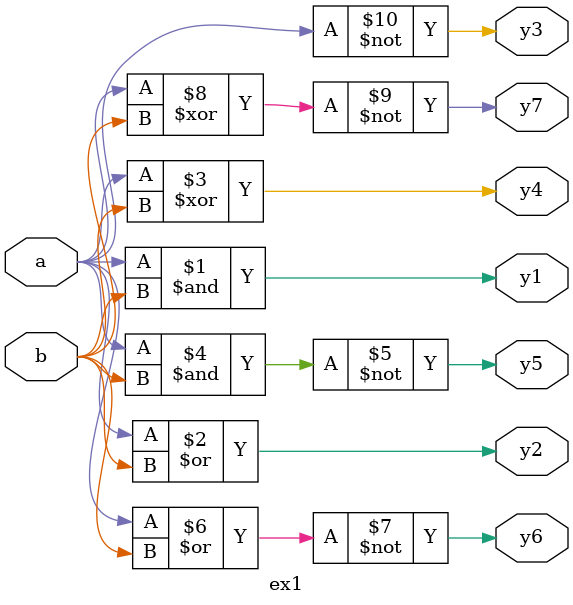
<source format=v>
module ex1(a,b,y1,y2,y3,y4,y5,y6,y7);
input a,b;
output y1,y2,y3,y4,y5,y6,y7;
and(y1,a,b);
or(y2,a,b);
not(y3,a);
xor(y4,a,b);
nand(y5,a,b);
nor(y6,a,b);
xnor(y7,a,b);
endmodule
</source>
